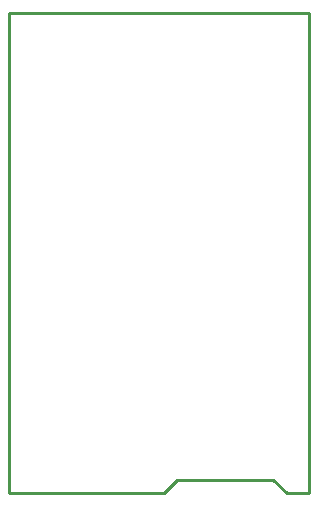
<source format=gbr>
G04 #@! TF.GenerationSoftware,KiCad,Pcbnew,5.1.6-c6e7f7d~87~ubuntu18.04.1*
G04 #@! TF.CreationDate,2021-11-02T16:25:14+02:00*
G04 #@! TF.ProjectId,NB-IoT-DevKit_Rev_D,4e422d49-6f54-42d4-9465-764b69745f52,D*
G04 #@! TF.SameCoordinates,Original*
G04 #@! TF.FileFunction,Profile,NP*
%FSLAX46Y46*%
G04 Gerber Fmt 4.6, Leading zero omitted, Abs format (unit mm)*
G04 Created by KiCad (PCBNEW 5.1.6-c6e7f7d~87~ubuntu18.04.1) date 2021-11-02 16:25:14*
%MOMM*%
%LPD*%
G01*
G04 APERTURE LIST*
G04 #@! TA.AperFunction,Profile*
%ADD10C,0.254000*%
G04 #@! TD*
G04 APERTURE END LIST*
D10*
X154305000Y-101600000D02*
X156210000Y-101600000D01*
X145034000Y-100457000D02*
X143891000Y-101600000D01*
X153162000Y-100457000D02*
X145034000Y-100457000D01*
X154305000Y-101600000D02*
X153162000Y-100457000D01*
X130810000Y-101600000D02*
X143891000Y-101600000D01*
X130810000Y-60960000D02*
X156210000Y-60960000D01*
X130810000Y-101600000D02*
X130810000Y-60960000D01*
X156210000Y-101600000D02*
X156210000Y-60960000D01*
M02*

</source>
